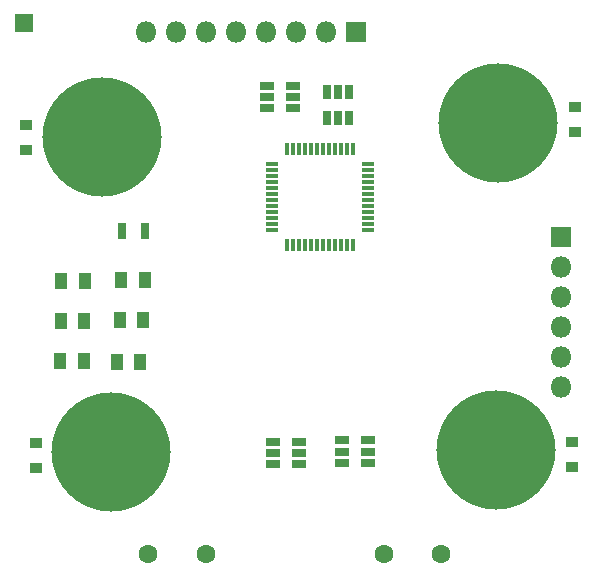
<source format=gbs>
G04 #@! TF.GenerationSoftware,KiCad,Pcbnew,5.1.6-c6e7f7d~87~ubuntu18.04.1*
G04 #@! TF.CreationDate,2020-10-14T05:15:15+05:30*
G04 #@! TF.ProjectId,FrontEnd_4S,46726f6e-7445-46e6-945f-34532e6b6963,rev?*
G04 #@! TF.SameCoordinates,Original*
G04 #@! TF.FileFunction,Soldermask,Bot*
G04 #@! TF.FilePolarity,Negative*
%FSLAX46Y46*%
G04 Gerber Fmt 4.6, Leading zero omitted, Abs format (unit mm)*
G04 Created by KiCad (PCBNEW 5.1.6-c6e7f7d~87~ubuntu18.04.1) date 2020-10-14 05:15:15*
%MOMM*%
%LPD*%
G01*
G04 APERTURE LIST*
%ADD10R,1.800000X1.800000*%
%ADD11O,1.800000X1.800000*%
%ADD12R,1.100000X0.330000*%
%ADD13R,0.330000X1.100000*%
%ADD14R,0.800000X1.400000*%
%ADD15R,1.000000X0.900000*%
%ADD16R,1.624000X1.624000*%
%ADD17C,10.100000*%
%ADD18R,1.100000X1.350000*%
%ADD19R,1.160000X0.750000*%
%ADD20R,0.750000X1.160000*%
%ADD21C,1.600000*%
G04 APERTURE END LIST*
D10*
X140757000Y-85956100D03*
D11*
X140757000Y-88496100D03*
X140757000Y-91036100D03*
X140757000Y-93576100D03*
X140757000Y-96116100D03*
X140757000Y-98656100D03*
D12*
X116299000Y-84836000D03*
D13*
X117569000Y-78486000D03*
X118077000Y-78486000D03*
X118585000Y-78486000D03*
X119093000Y-78486000D03*
X119601000Y-78486000D03*
X120109000Y-78486000D03*
X120617000Y-78486000D03*
X121125000Y-78486000D03*
X121633000Y-78486000D03*
X122141000Y-78486000D03*
X122649000Y-78486000D03*
X123157000Y-78486000D03*
D12*
X124427000Y-79756000D03*
X124427000Y-80264000D03*
X124427000Y-81280000D03*
X124427000Y-81788000D03*
X124427000Y-82296000D03*
X124427000Y-82804000D03*
X124427000Y-83312000D03*
X124427000Y-83820000D03*
X124427000Y-84328000D03*
X124427000Y-84836000D03*
X124427000Y-85344000D03*
D13*
X122649000Y-86614000D03*
X122141000Y-86614000D03*
X121633000Y-86614000D03*
X121125000Y-86614000D03*
X120617000Y-86614000D03*
X120109000Y-86614000D03*
X119601000Y-86614000D03*
X119093000Y-86614000D03*
X118585000Y-86614000D03*
X118077000Y-86614000D03*
X117569000Y-86614000D03*
D12*
X116299000Y-85344000D03*
X116299000Y-84328000D03*
X116299000Y-83820000D03*
X116299000Y-83312000D03*
X116299000Y-82804000D03*
X116299000Y-82296000D03*
X116299000Y-81788000D03*
X116299000Y-81280000D03*
X116299000Y-80772000D03*
X116299000Y-80264000D03*
X116299000Y-79756000D03*
D13*
X123157000Y-86614000D03*
D12*
X124427000Y-80772000D03*
D14*
X103607000Y-85473500D03*
X105507000Y-85473500D03*
D15*
X141681000Y-103303000D03*
X141681000Y-105403000D03*
X141910000Y-74964600D03*
X141910000Y-77064600D03*
X96271100Y-105515000D03*
X96271100Y-103415000D03*
X95453200Y-76468200D03*
X95453200Y-78568200D03*
D16*
X95265200Y-67843400D03*
D17*
X101885000Y-77459800D03*
X135385000Y-76321900D03*
X102690000Y-104173000D03*
X135280000Y-104018000D03*
D18*
X105121000Y-96512400D03*
X103121000Y-96512400D03*
X100380000Y-93043000D03*
X98380000Y-93043000D03*
X98420700Y-89715000D03*
X100420700Y-89715000D03*
X100347000Y-96423500D03*
X98347000Y-96423500D03*
X103394000Y-93024600D03*
X105394000Y-93024600D03*
X105498000Y-89608600D03*
X103498000Y-89608600D03*
D11*
X105584000Y-68613000D03*
X108124000Y-68613000D03*
X110664000Y-68613000D03*
X113204000Y-68613000D03*
X115744000Y-68613000D03*
X118284000Y-68613000D03*
X120824000Y-68613000D03*
D10*
X123364000Y-68613000D03*
D19*
X118092000Y-73185000D03*
X118092000Y-74135000D03*
X118092000Y-75085000D03*
X115892000Y-75085000D03*
X115892000Y-73185000D03*
X115892000Y-74135000D03*
D20*
X121859000Y-75885200D03*
X120909000Y-75885200D03*
X122809000Y-75885200D03*
X122809000Y-73685200D03*
X121859000Y-73685200D03*
X120909000Y-73685200D03*
D19*
X124425000Y-103182000D03*
X124425000Y-104132000D03*
X124425000Y-105082000D03*
X122225000Y-105082000D03*
X122225000Y-103182000D03*
X122225000Y-104132000D03*
X118572000Y-104270000D03*
X118572000Y-105220000D03*
X118572000Y-103320000D03*
X116372000Y-103320000D03*
X116372000Y-104270000D03*
X116372000Y-105220000D03*
D21*
X105773000Y-112784000D03*
X110653000Y-112784000D03*
X130615000Y-112789000D03*
X125735000Y-112789000D03*
M02*

</source>
